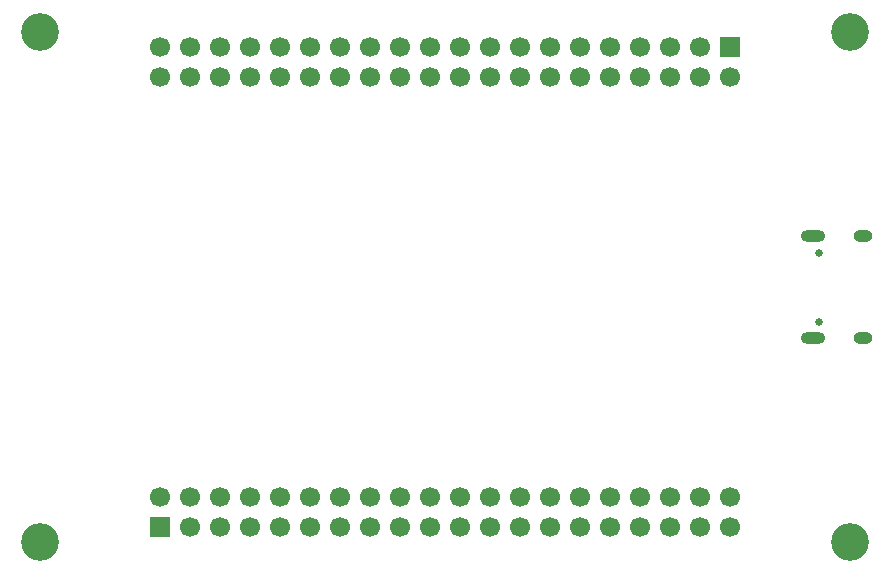
<source format=gbr>
%TF.GenerationSoftware,KiCad,Pcbnew,6.0.2+dfsg-1*%
%TF.CreationDate,2022-03-05T11:59:17+08:00*%
%TF.ProjectId,mcustm32f411,6d637573-746d-4333-9266-3431312e6b69,a*%
%TF.SameCoordinates,Original*%
%TF.FileFunction,Soldermask,Bot*%
%TF.FilePolarity,Negative*%
%FSLAX46Y46*%
G04 Gerber Fmt 4.6, Leading zero omitted, Abs format (unit mm)*
G04 Created by KiCad (PCBNEW 6.0.2+dfsg-1) date 2022-03-05 11:59:17*
%MOMM*%
%LPD*%
G01*
G04 APERTURE LIST*
%ADD10C,0.650000*%
%ADD11O,2.100000X1.000000*%
%ADD12O,1.600000X1.000000*%
%ADD13C,1.700000*%
%ADD14R,1.700000X1.700000*%
%ADD15C,3.200000*%
G04 APERTURE END LIST*
D10*
%TO.C,J1*%
X184090000Y-98710000D03*
X184090000Y-104490000D03*
D11*
X183560000Y-105920000D03*
X183560000Y-97280000D03*
D12*
X187740000Y-105920000D03*
X187740000Y-97280000D03*
%TD*%
D13*
%TO.C,J2*%
X128270000Y-83820000D03*
X128270000Y-81280000D03*
X130810000Y-83820000D03*
X130810000Y-81280000D03*
X133350000Y-83820000D03*
X133350000Y-81280000D03*
X135890000Y-83820000D03*
X135890000Y-81280000D03*
X138430000Y-83820000D03*
X138430000Y-81280000D03*
X140970000Y-83820000D03*
X140970000Y-81280000D03*
X143510000Y-83820000D03*
X143510000Y-81280000D03*
X146050000Y-83820000D03*
X146050000Y-81280000D03*
X148590000Y-83820000D03*
X148590000Y-81280000D03*
X151130000Y-83820000D03*
X151130000Y-81280000D03*
X153670000Y-83820000D03*
X153670000Y-81280000D03*
X156210000Y-83820000D03*
X156210000Y-81280000D03*
X158750000Y-83820000D03*
X158750000Y-81280000D03*
X161290000Y-83820000D03*
X161290000Y-81280000D03*
X163830000Y-83820000D03*
X163830000Y-81280000D03*
X166370000Y-83820000D03*
X166370000Y-81280000D03*
X168910000Y-83820000D03*
X168910000Y-81280000D03*
X171450000Y-83820000D03*
X171450000Y-81280000D03*
X173990000Y-83820000D03*
X173990000Y-81280000D03*
X176530000Y-83820000D03*
D14*
X176530000Y-81280000D03*
D13*
X176530000Y-119380000D03*
X176530000Y-121920000D03*
X173990000Y-119380000D03*
X173990000Y-121920000D03*
X171450000Y-119380000D03*
X171450000Y-121920000D03*
X168910000Y-119380000D03*
X168910000Y-121920000D03*
X166370000Y-119380000D03*
X166370000Y-121920000D03*
X163830000Y-119380000D03*
X163830000Y-121920000D03*
X161290000Y-119380000D03*
X161290000Y-121920000D03*
X158750000Y-119380000D03*
X158750000Y-121920000D03*
X156210000Y-119380000D03*
X156210000Y-121920000D03*
X153670000Y-119380000D03*
X153670000Y-121920000D03*
X151130000Y-119380000D03*
X151130000Y-121920000D03*
X148590000Y-119380000D03*
X148590000Y-121920000D03*
X146050000Y-119380000D03*
X146050000Y-121920000D03*
X143510000Y-119380000D03*
X143510000Y-121920000D03*
X140970000Y-119380000D03*
X140970000Y-121920000D03*
X138430000Y-119380000D03*
X138430000Y-121920000D03*
X135890000Y-119380000D03*
X135890000Y-121920000D03*
X133350000Y-119380000D03*
X133350000Y-121920000D03*
X130810000Y-119380000D03*
X130810000Y-121920000D03*
X128270000Y-119380000D03*
D14*
X128270000Y-121920000D03*
D15*
X118110000Y-80010000D03*
X186690000Y-123190000D03*
X186690000Y-80010000D03*
X118110000Y-123190000D03*
%TD*%
M02*

</source>
